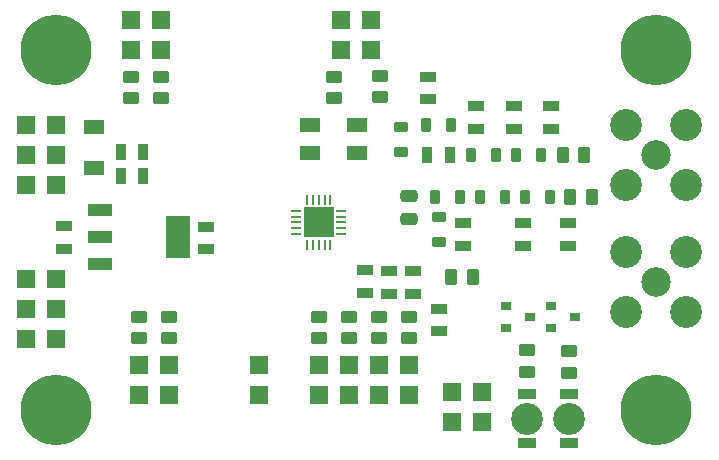
<source format=gbr>
%TF.GenerationSoftware,KiCad,Pcbnew,7.0.11+1*%
%TF.CreationDate,2024-07-12T23:58:32+00:00*%
%TF.ProjectId,ISM03,49534d30-332e-46b6-9963-61645f706362,rev?*%
%TF.SameCoordinates,Original*%
%TF.FileFunction,Soldermask,Bot*%
%TF.FilePolarity,Negative*%
%FSLAX46Y46*%
G04 Gerber Fmt 4.6, Leading zero omitted, Abs format (unit mm)*
G04 Created by KiCad (PCBNEW 7.0.11+1) date 2024-07-12 23:58:32*
%MOMM*%
%LPD*%
G01*
G04 APERTURE LIST*
G04 Aperture macros list*
%AMRoundRect*
0 Rectangle with rounded corners*
0 $1 Rounding radius*
0 $2 $3 $4 $5 $6 $7 $8 $9 X,Y pos of 4 corners*
0 Add a 4 corners polygon primitive as box body*
4,1,4,$2,$3,$4,$5,$6,$7,$8,$9,$2,$3,0*
0 Add four circle primitives for the rounded corners*
1,1,$1+$1,$2,$3*
1,1,$1+$1,$4,$5*
1,1,$1+$1,$6,$7*
1,1,$1+$1,$8,$9*
0 Add four rect primitives between the rounded corners*
20,1,$1+$1,$2,$3,$4,$5,0*
20,1,$1+$1,$4,$5,$6,$7,0*
20,1,$1+$1,$6,$7,$8,$9,0*
20,1,$1+$1,$8,$9,$2,$3,0*%
G04 Aperture macros list end*
%ADD10R,1.524000X1.524000*%
%ADD11C,6.000000*%
%ADD12C,2.500000*%
%ADD13C,2.700000*%
%ADD14RoundRect,0.250000X0.450000X-0.262500X0.450000X0.262500X-0.450000X0.262500X-0.450000X-0.262500X0*%
%ADD15R,2.032000X1.016000*%
%ADD16R,2.032000X3.657600*%
%ADD17R,0.900000X0.800000*%
%ADD18R,1.500000X0.950000*%
%ADD19RoundRect,0.250000X-0.450000X0.262500X-0.450000X-0.262500X0.450000X-0.262500X0.450000X0.262500X0*%
%ADD20R,0.889000X1.397000*%
%ADD21R,1.397000X0.889000*%
%ADD22R,1.700000X1.300000*%
%ADD23RoundRect,0.218750X0.381250X-0.218750X0.381250X0.218750X-0.381250X0.218750X-0.381250X-0.218750X0*%
%ADD24RoundRect,0.250000X0.262500X0.450000X-0.262500X0.450000X-0.262500X-0.450000X0.262500X-0.450000X0*%
%ADD25R,1.800000X1.200000*%
%ADD26RoundRect,0.062500X-0.062500X0.362500X-0.062500X-0.362500X0.062500X-0.362500X0.062500X0.362500X0*%
%ADD27RoundRect,0.062500X-0.362500X0.062500X-0.362500X-0.062500X0.362500X-0.062500X0.362500X0.062500X0*%
%ADD28R,2.600000X2.600000*%
%ADD29RoundRect,0.218750X0.218750X0.381250X-0.218750X0.381250X-0.218750X-0.381250X0.218750X-0.381250X0*%
%ADD30RoundRect,0.218750X-0.381250X0.218750X-0.381250X-0.218750X0.381250X-0.218750X0.381250X0.218750X0*%
%ADD31RoundRect,0.250000X0.475000X-0.250000X0.475000X0.250000X-0.475000X0.250000X-0.475000X-0.250000X0*%
G04 APERTURE END LIST*
D10*
%TO.C,J17*%
X157507047Y-116282689D03*
X157507047Y-113742689D03*
%TD*%
%TO.C,J24*%
X163730047Y-118568689D03*
X163730047Y-116028689D03*
%TD*%
%TO.C,J25*%
X161190047Y-118568689D03*
X161190047Y-116028689D03*
%TD*%
%TO.C,J1*%
X125122047Y-93422689D03*
X127662047Y-93422689D03*
X125122047Y-95962689D03*
X127662047Y-95962689D03*
X125122047Y-98502689D03*
X127662047Y-98502689D03*
%TD*%
%TO.C,J4*%
X125122047Y-106503689D03*
X127662047Y-106503689D03*
X125122047Y-109043689D03*
X127662047Y-109043689D03*
X125122047Y-111583689D03*
X127662047Y-111583689D03*
%TD*%
%TO.C,J13*%
X137187047Y-113742689D03*
X137187047Y-116282689D03*
%TD*%
%TO.C,J14*%
X134647047Y-113742689D03*
X134647047Y-116282689D03*
%TD*%
%TO.C,J19*%
X149887047Y-116282689D03*
X149887047Y-113742689D03*
%TD*%
%TO.C,J20*%
X154967047Y-116282689D03*
X154967047Y-113742689D03*
%TD*%
%TO.C,J21*%
X152427047Y-116282689D03*
X152427047Y-113742689D03*
%TD*%
D11*
%TO.C,M1*%
X127662047Y-87072689D03*
%TD*%
%TO.C,M2*%
X178462047Y-117552689D03*
%TD*%
%TO.C,M3*%
X127662047Y-117552689D03*
%TD*%
%TO.C,M4*%
X178462047Y-87072689D03*
%TD*%
D12*
%TO.C,J3*%
X178462047Y-95962689D03*
D13*
X175922047Y-93422689D03*
X175922047Y-98502689D03*
X181002047Y-93422689D03*
X181002047Y-98502689D03*
%TD*%
D10*
%TO.C,J26*%
X144807047Y-116282689D03*
X144807047Y-113742689D03*
%TD*%
%TO.C,J22*%
X151792047Y-87072689D03*
X151792047Y-84532689D03*
%TD*%
%TO.C,J16*%
X136552047Y-87072689D03*
X136552047Y-84532689D03*
%TD*%
%TO.C,J15*%
X134012047Y-87072689D03*
X134012047Y-84532689D03*
%TD*%
%TO.C,J23*%
X154332047Y-87072689D03*
X154332047Y-84532689D03*
%TD*%
D12*
%TO.C,J2*%
X178462047Y-106757689D03*
D13*
X175922047Y-104217689D03*
X175922047Y-109297689D03*
X181002047Y-104217689D03*
X181002047Y-109297689D03*
%TD*%
D14*
%TO.C,R15*%
X149887047Y-111480189D03*
X149887047Y-109655189D03*
%TD*%
%TO.C,R17*%
X152427047Y-111480189D03*
X152427047Y-109655189D03*
%TD*%
D15*
%TO.C,U1*%
X131345047Y-105233689D03*
X131345047Y-102947689D03*
X131345047Y-100661689D03*
D16*
X137949047Y-102947689D03*
%TD*%
D17*
%TO.C,Q1*%
X169588047Y-110628689D03*
X169588047Y-108728689D03*
X171588047Y-109678689D03*
%TD*%
D13*
%TO.C,D3*%
X167540047Y-118314689D03*
D18*
X167540047Y-116239689D03*
X167540047Y-120389689D03*
%TD*%
D13*
%TO.C,D2*%
X171096047Y-118314689D03*
D18*
X171096047Y-116239689D03*
X171096047Y-120389689D03*
%TD*%
D19*
%TO.C,R19*%
X155094047Y-89271689D03*
X155094047Y-91096689D03*
%TD*%
D17*
%TO.C,Q2*%
X165778047Y-110628689D03*
X165778047Y-108728689D03*
X167778047Y-109678689D03*
%TD*%
D20*
%TO.C,C1*%
X133123047Y-97740689D03*
X135028047Y-97740689D03*
%TD*%
D21*
%TO.C,C3*%
X140362047Y-102058689D03*
X140362047Y-103963689D03*
%TD*%
%TO.C,C5*%
X128297047Y-101995189D03*
X128297047Y-103900189D03*
%TD*%
%TO.C,C15*%
X155856047Y-105805189D03*
X155856047Y-107710189D03*
%TD*%
D22*
%TO.C,D1*%
X130837047Y-97077689D03*
X130837047Y-93577689D03*
%TD*%
D23*
%TO.C,L8*%
X160047047Y-103375189D03*
X160047047Y-101250189D03*
%TD*%
D24*
%TO.C,R1*%
X162928047Y-106300000D03*
X161103047Y-106300000D03*
%TD*%
D14*
%TO.C,R9*%
X137187047Y-111480189D03*
X137187047Y-109655189D03*
%TD*%
%TO.C,R10*%
X134647047Y-111480189D03*
X134647047Y-109655189D03*
%TD*%
%TO.C,R13*%
X157507047Y-111480189D03*
X157507047Y-109655189D03*
%TD*%
%TO.C,R16*%
X154967047Y-111480189D03*
X154967047Y-109655189D03*
%TD*%
%TO.C,R22*%
X171096047Y-114401189D03*
X171096047Y-112576189D03*
%TD*%
%TO.C,R23*%
X167540047Y-114337689D03*
X167540047Y-112512689D03*
%TD*%
D21*
%TO.C,C20*%
X153824047Y-105741689D03*
X153824047Y-107646689D03*
%TD*%
%TO.C,C17*%
X157888047Y-105805189D03*
X157888047Y-107710189D03*
%TD*%
D20*
%TO.C,C2*%
X133123047Y-95708689D03*
X135028047Y-95708689D03*
%TD*%
D19*
%TO.C,R18*%
X151157047Y-89335189D03*
X151157047Y-91160189D03*
%TD*%
%TO.C,R11*%
X134012047Y-89335189D03*
X134012047Y-91160189D03*
%TD*%
%TO.C,R12*%
X136552047Y-89335189D03*
X136552047Y-91160189D03*
%TD*%
D25*
%TO.C,Y2*%
X153157047Y-95822689D03*
X149157047Y-95822689D03*
X149157047Y-93422689D03*
X153157047Y-93422689D03*
%TD*%
D26*
%TO.C,U2*%
X148887047Y-99752689D03*
X149387047Y-99752689D03*
X149887047Y-99752689D03*
X150387047Y-99752689D03*
X150887047Y-99752689D03*
D27*
X151812047Y-100677689D03*
X151812047Y-101177689D03*
X151812047Y-101677689D03*
X151812047Y-102177689D03*
X151812047Y-102677689D03*
D26*
X150887047Y-103602689D03*
X150387047Y-103602689D03*
X149887047Y-103602689D03*
X149387047Y-103602689D03*
X148887047Y-103602689D03*
D27*
X147962047Y-102677689D03*
X147962047Y-102177689D03*
X147962047Y-101677689D03*
X147962047Y-101177689D03*
X147962047Y-100677689D03*
D28*
X149887047Y-101677689D03*
%TD*%
D29*
%TO.C,L7*%
X161871547Y-99544089D03*
X159746547Y-99544089D03*
%TD*%
%TO.C,L6*%
X164919547Y-95962689D03*
X162794547Y-95962689D03*
%TD*%
%TO.C,L9*%
X161109547Y-93422689D03*
X158984547Y-93422689D03*
%TD*%
%TO.C,L5*%
X165681547Y-99544089D03*
X163556547Y-99544089D03*
%TD*%
D30*
%TO.C,L10*%
X156872047Y-93630189D03*
X156872047Y-95755189D03*
%TD*%
D21*
%TO.C,C7*%
X167159047Y-101766589D03*
X167159047Y-103671589D03*
%TD*%
%TO.C,C9*%
X162079047Y-101766589D03*
X162079047Y-103671589D03*
%TD*%
%TO.C,C13*%
X159158047Y-91263689D03*
X159158047Y-89358689D03*
%TD*%
%TO.C,C10*%
X163222047Y-93740189D03*
X163222047Y-91835189D03*
%TD*%
D31*
%TO.C,C11*%
X157507047Y-101357689D03*
X157507047Y-99457689D03*
%TD*%
D21*
%TO.C,C4*%
X170969047Y-101766589D03*
X170969047Y-103671589D03*
%TD*%
D20*
%TO.C,C12*%
X159094547Y-95962689D03*
X160999547Y-95962689D03*
%TD*%
D21*
%TO.C,C6*%
X169572047Y-93740189D03*
X169572047Y-91835189D03*
%TD*%
%TO.C,C8*%
X166397047Y-93740189D03*
X166397047Y-91835189D03*
%TD*%
D29*
%TO.C,L3*%
X169491547Y-99544089D03*
X167366547Y-99544089D03*
%TD*%
%TO.C,L4*%
X168729547Y-95962689D03*
X166604547Y-95962689D03*
%TD*%
D24*
%TO.C,L1*%
X173024547Y-99518689D03*
X171199547Y-99518689D03*
%TD*%
%TO.C,L2*%
X172389547Y-95962689D03*
X170564547Y-95962689D03*
%TD*%
D21*
%TO.C,C19*%
X160047047Y-108980189D03*
X160047047Y-110885189D03*
%TD*%
M02*

</source>
